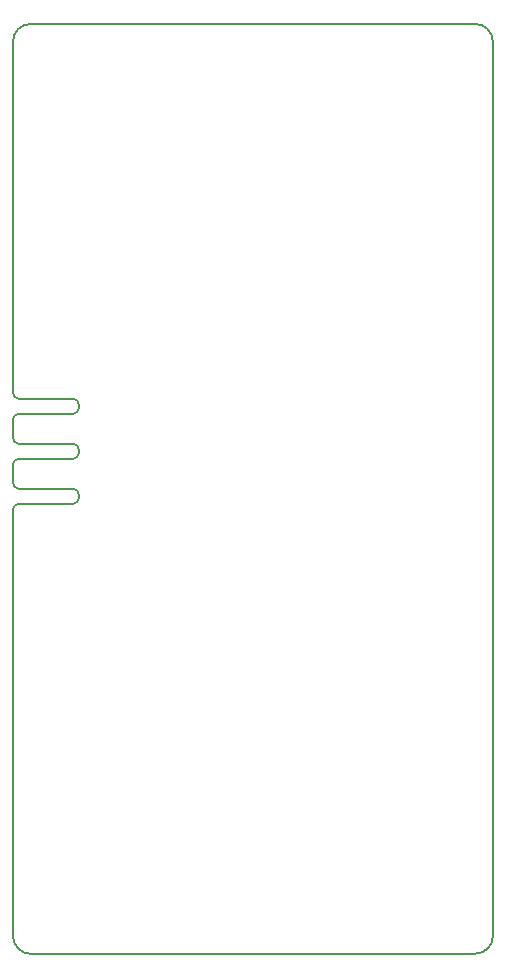
<source format=gm1>
G04 #@! TF.FileFunction,Profile,NP*
%FSLAX46Y46*%
G04 Gerber Fmt 4.6, Leading zero omitted, Abs format (unit mm)*
G04 Created by KiCad (PCBNEW 4.0.7-e2-6376~58~ubuntu16.04.1) date Sun Sep 17 16:26:58 2017*
%MOMM*%
%LPD*%
G01*
G04 APERTURE LIST*
%ADD10C,0.050800*%
%ADD11C,0.150000*%
G04 APERTURE END LIST*
D10*
D11*
X81280000Y-113538000D02*
X81280000Y-115062000D01*
X81280000Y-109728000D02*
X81280000Y-111252000D01*
X81280000Y-107442000D02*
G75*
G03X81788000Y-107950000I508000J0D01*
G01*
X86868000Y-108458000D02*
G75*
G03X86360000Y-107950000I-508000J0D01*
G01*
X86360000Y-109220000D02*
G75*
G03X86868000Y-108712000I0J508000D01*
G01*
X81788000Y-109220000D02*
G75*
G03X81280000Y-109728000I0J-508000D01*
G01*
X81280000Y-111252000D02*
G75*
G03X81788000Y-111760000I508000J0D01*
G01*
X86868000Y-112268000D02*
G75*
G03X86360000Y-111760000I-508000J0D01*
G01*
X86360000Y-113030000D02*
G75*
G03X86868000Y-112522000I0J508000D01*
G01*
X81788000Y-113030000D02*
G75*
G03X81280000Y-113538000I0J-508000D01*
G01*
X81280000Y-115062000D02*
G75*
G03X81788000Y-115570000I508000J0D01*
G01*
X86868000Y-116078000D02*
G75*
G03X86360000Y-115570000I-508000J0D01*
G01*
X86360000Y-116840000D02*
G75*
G03X86868000Y-116332000I0J508000D01*
G01*
X81788000Y-116840000D02*
G75*
G03X81280000Y-117348000I0J-508000D01*
G01*
X81280000Y-153416000D02*
X81280000Y-117348000D01*
X86360000Y-107950000D02*
X81788000Y-107950000D01*
X86868000Y-108712000D02*
X86868000Y-108458000D01*
X81788000Y-109220000D02*
X86360000Y-109220000D01*
X86360000Y-111760000D02*
X81788000Y-111760000D01*
X86868000Y-112522000D02*
X86868000Y-112268000D01*
X81788000Y-113030000D02*
X86360000Y-113030000D01*
X86360000Y-115570000D02*
X81788000Y-115570000D01*
X86868000Y-116332000D02*
X86868000Y-116078000D01*
X81788000Y-116840000D02*
X86360000Y-116840000D01*
X81280000Y-153416000D02*
G75*
G03X82804000Y-154940000I1524000J0D01*
G01*
X120396000Y-154940000D02*
G75*
G03X121920000Y-153416000I0J1524000D01*
G01*
X121920000Y-77724000D02*
G75*
G03X120396000Y-76200000I-1524000J0D01*
G01*
X82804000Y-76200000D02*
G75*
G03X81280000Y-77724000I0J-1524000D01*
G01*
X81280000Y-77724000D02*
X81280000Y-107442000D01*
X120396000Y-154940000D02*
X82804000Y-154940000D01*
X121920000Y-77724000D02*
X121920000Y-153416000D01*
X82804000Y-76200000D02*
X120396000Y-76200000D01*
M02*

</source>
